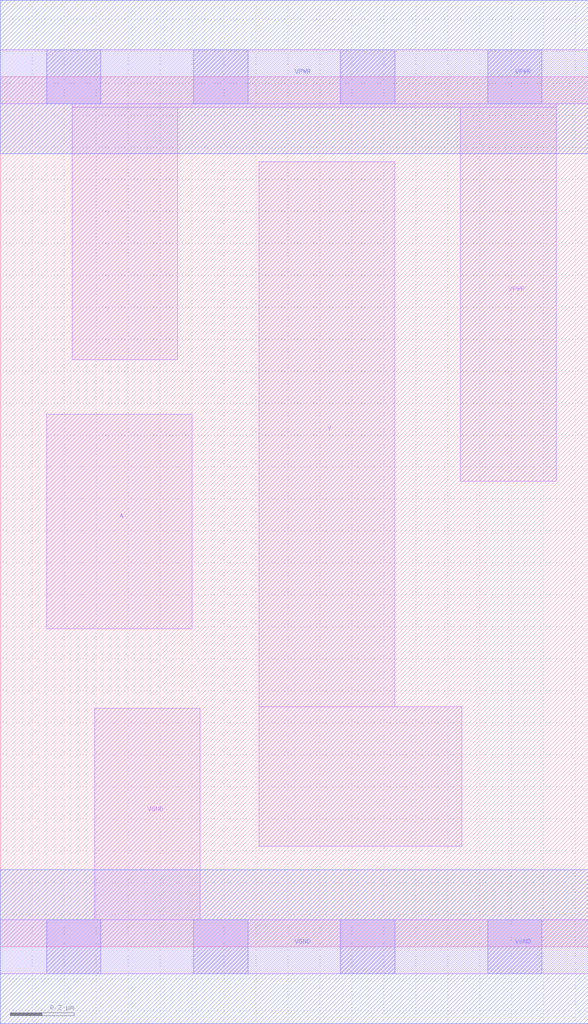
<source format=lef>
# Copyright 2020 The SkyWater PDK Authors
#
# Licensed under the Apache License, Version 2.0 (the "License");
# you may not use this file except in compliance with the License.
# You may obtain a copy of the License at
#
#     https://www.apache.org/licenses/LICENSE-2.0
#
# Unless required by applicable law or agreed to in writing, software
# distributed under the License is distributed on an "AS IS" BASIS,
# WITHOUT WARRANTIES OR CONDITIONS OF ANY KIND, either express or implied.
# See the License for the specific language governing permissions and
# limitations under the License.
#
# SPDX-License-Identifier: Apache-2.0

VERSION 5.7 ;
  NAMESCASESENSITIVE ON ;
  NOWIREEXTENSIONATPIN ON ;
  DIVIDERCHAR "/" ;
  BUSBITCHARS "[]" ;
UNITS
  DATABASE MICRONS 200 ;
END UNITS
MACRO sky130_fd_sc_hd__clkinvlp_2
  CLASS CORE ;
  SOURCE USER ;
  FOREIGN sky130_fd_sc_hd__clkinvlp_2 ;
  ORIGIN  0.000000  0.000000 ;
  SIZE  1.840000 BY  2.720000 ;
  SYMMETRY X Y R90 ;
  SITE unithd ;
  PIN A
    ANTENNAGATEAREA  0.665000 ;
    DIRECTION INPUT ;
    USE SIGNAL ;
    PORT
      LAYER li1 ;
        RECT 0.145000 0.995000 0.600000 1.665000 ;
    END
  END A
  PIN Y
    ANTENNADIFFAREA  0.436750 ;
    DIRECTION OUTPUT ;
    USE SIGNAL ;
    PORT
      LAYER li1 ;
        RECT 0.810000 0.315000 1.445000 0.750000 ;
        RECT 0.810000 0.750000 1.235000 2.455000 ;
    END
  END Y
  PIN VGND
    DIRECTION INOUT ;
    SHAPE ABUTMENT ;
    USE GROUND ;
    PORT
      LAYER li1 ;
        RECT 0.000000 -0.085000 1.840000 0.085000 ;
        RECT 0.295000  0.085000 0.625000 0.745000 ;
      LAYER mcon ;
        RECT 0.145000 -0.085000 0.315000 0.085000 ;
        RECT 0.605000 -0.085000 0.775000 0.085000 ;
        RECT 1.065000 -0.085000 1.235000 0.085000 ;
        RECT 1.525000 -0.085000 1.695000 0.085000 ;
      LAYER met1 ;
        RECT 0.000000 -0.240000 1.840000 0.240000 ;
    END
  END VGND
  PIN VPWR
    DIRECTION INOUT ;
    SHAPE ABUTMENT ;
    USE POWER ;
    PORT
      LAYER li1 ;
        RECT 0.000000 2.635000 1.840000 2.805000 ;
        RECT 0.225000 1.835000 0.555000 2.625000 ;
        RECT 0.225000 2.625000 1.740000 2.635000 ;
        RECT 1.440000 1.455000 1.740000 2.625000 ;
      LAYER mcon ;
        RECT 0.145000 2.635000 0.315000 2.805000 ;
        RECT 0.605000 2.635000 0.775000 2.805000 ;
        RECT 1.065000 2.635000 1.235000 2.805000 ;
        RECT 1.525000 2.635000 1.695000 2.805000 ;
      LAYER met1 ;
        RECT 0.000000 2.480000 1.840000 2.960000 ;
    END
  END VPWR
END sky130_fd_sc_hd__clkinvlp_2

</source>
